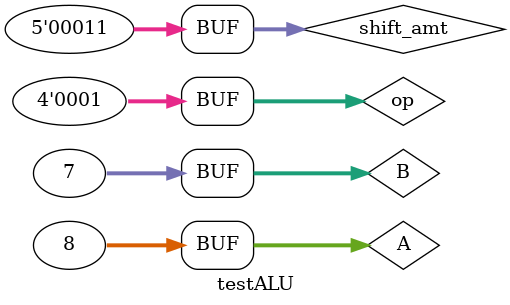
<source format=v>
`timescale 1 ns / 1 ns

module myALU (A,B,op,shift_amt,result,overflow,zeroFlag);
input wire[31:0] A,B;
input wire [3:0] op;
input wire [4:0] shift_amt;

output reg overflow;
output integer result;
output zeroFlag;

wire[31:0] B_negative;
assign B_negative = - B ; 
assign zeroFlag = (result==0)?1:0;

integer holder; //to hold difference between A and B
integer mask;

always@(A,B,op,shift_amt)
begin
if (op==0)
	begin
	result = A + B;

	if ((A[31]==B[31]) && (result[31] == ~A[31])) overflow = 1;
	else overflow = 0;
	end


else if (op==1)
	begin
	result = A - B;

	if ((A[31]==B_negative[31]) && (result[31] == ~A[31])) overflow = 1;
	else overflow = 0;
	end


else if (op==2)
	begin
	result = A & B;

	overflow = 0;
	end

else if (op==3)
	begin
	result = A | B;

	overflow = 0;
	end


else if (op==4)
	begin
	result = A<<shift_amt;

	overflow = 0;
	end


else if (op==5)
	begin
	result = A>>shift_amt;

	overflow = 0;
	end



else if (op==6)
	begin
	
	result = $signed(A)>>>shift_amt;
	//result[31] = A[31]; //bcs shift arithmaec doesn't work as expected
	//if(A[31]==1)
	//begin
	//mask = 32'h FFFFFFFF;
	//mask = mask>>shift_amt;
	//mask =~mask;
	//result = result| mask;
	//end	
	
	


	overflow = 0;
	end


else if (op==7)
	begin
	holder = A-B;
	if (holder==0)
		result = 0;
	else 
		result = {{31{1'b0}},~holder[31]};

	overflow = 0;
	end

else if (op==8)
	begin
	holder = A-B;
	if (holder==0)
		result = 0;
	else 
		result = {{31{1'b0}},holder[31]};

	overflow = 0;
	end

else begin result = 32'h xxxxxxxx; overflow = 1'b x; end

end

endmodule

















module testALU();

 integer  A,B;
 reg [3:0] op;
 reg [4:0] shift_amt;
wire overflow;	wire zeroFlag;
wire[31:0] result;

myALU new1(A,B,op,shift_amt,result,overflow,zeroFlag);



initial
begin
A = 8;
B = 7;
op=1;
shift_amt=3;
$monitor ("op: %d \nA: %b \nB: %b \nResult: %b  %d \noverflow:  %b\nzeroFlag: %b" ,op,A,B,result,$signed(result),overflow,zeroFlag);


end
endmodule
</source>
